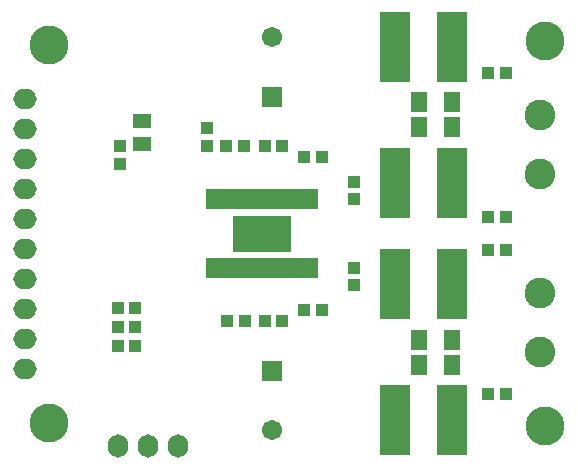
<source format=gbr>
G04 DipTrace 3.1.0.1*
G04 tas5806mROUTE.TopMask.gbr*
%MOIN*%
G04 #@! TF.FileFunction,Soldermask,Top*
G04 #@! TF.Part,Single*
%ADD34C,0.129921*%
%ADD43R,0.193071X0.122205*%
%ADD45R,0.019843X0.067087*%
%ADD47O,0.068031X0.078031*%
%ADD49C,0.10252*%
%ADD51R,0.10252X0.236378*%
%ADD53O,0.078031X0.068031*%
%ADD55R,0.055276X0.071024*%
%ADD57R,0.039528X0.039528*%
%ADD59R,0.059213X0.051339*%
%ADD61C,0.067087*%
%ADD63R,0.067087X0.067087*%
%FSLAX26Y26*%
G04*
G70*
G90*
G75*
G01*
G04 TopMask*
%LPD*%
D63*
X1295591Y1638110D3*
D61*
Y1834961D3*
D59*
X862520Y1555433D3*
Y1480630D3*
D57*
X1270000Y890079D3*
X1329055D3*
X1142047Y1472756D3*
X1201102D3*
X1145984Y890079D3*
X1205039D3*
X1079055Y1531811D3*
Y1472756D3*
D63*
X1295591Y724724D3*
D61*
Y527874D3*
D57*
X1270000Y1472756D3*
X1329055D3*
X1401890Y1437323D3*
X1460945D3*
X1567244Y1354646D3*
Y1295591D3*
X1401890Y925512D3*
X1460945D3*
X1567244Y1008189D3*
Y1067244D3*
D55*
X1783780Y1618425D3*
X1894016D3*
X1783780Y1535748D3*
X1894016D3*
X1783780Y744409D3*
X1894016D3*
X1783780Y827087D3*
X1894016D3*
D57*
X2073150Y1716850D3*
X2014094D3*
X2073150Y1236535D3*
X2014094D3*
X2073150Y645984D3*
X2014094D3*
X2073150Y1126299D3*
X2014094D3*
D34*
X551496Y551496D3*
X2205039Y539685D3*
Y1823150D3*
X551496Y1811339D3*
D53*
X472756Y1531390D3*
Y1431390D3*
Y1631390D3*
Y1131417D3*
Y1031417D3*
Y1231417D3*
Y831417D3*
Y931417D3*
Y1331417D3*
Y731417D3*
D51*
X1705039Y1803465D3*
X1894016D3*
X1705039Y1350709D3*
X1894016D3*
X1705039Y559370D3*
X1894016D3*
X1705039Y1012126D3*
X1894016D3*
D49*
X2189291Y1378268D3*
Y1575118D3*
D57*
X779843Y933386D3*
X838898D3*
X779843Y870394D3*
X838898D3*
X787717Y1413701D3*
Y1472756D3*
X779843Y807402D3*
X838898D3*
D49*
X2189291Y787717D3*
Y984567D3*
D47*
X882205Y472756D3*
X982205D3*
X782205D3*
D45*
X1437323Y1295591D3*
X1417638D3*
X1397953D3*
X1378268D3*
X1358583D3*
X1338898D3*
X1319213D3*
X1299528D3*
X1279843D3*
X1260157D3*
X1240472D3*
X1220787D3*
X1201102D3*
X1181417D3*
X1161732D3*
X1142047D3*
X1122362D3*
X1102677D3*
X1082992D3*
Y1067244D3*
X1102677D3*
X1122362D3*
X1142047D3*
X1161732D3*
X1181417D3*
X1201102D3*
X1220787D3*
X1240472D3*
X1260157D3*
X1279843D3*
X1299528D3*
X1319213D3*
X1338898D3*
X1358583D3*
X1378268D3*
X1397953D3*
X1417638D3*
X1437323D3*
D43*
X1260157Y1181417D3*
M02*

</source>
